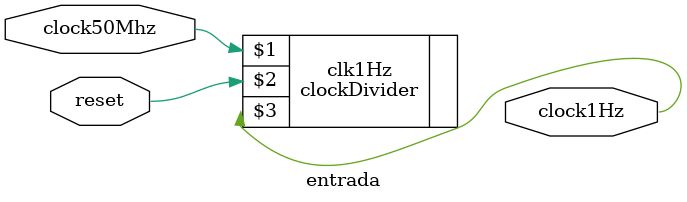
<source format=v>
module entrada (
    input wire clock50Mhz,
    input wire reset,

    output wire clock1Hz    
);
    
    clockDivider clk1Hz (clock50Mhz, reset, clock1Hz);


endmodule
</source>
